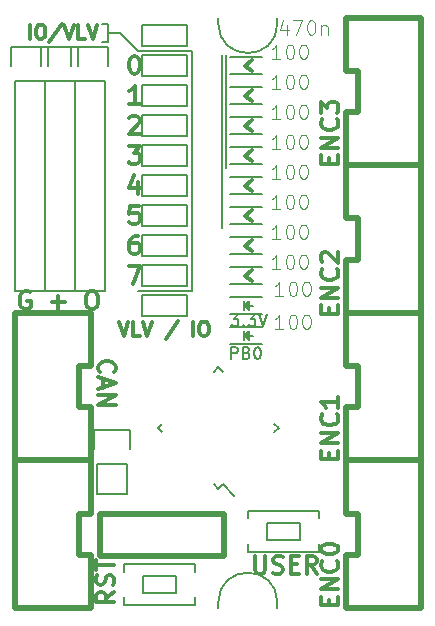
<source format=gbr>
G04 #@! TF.FileFunction,Legend,Top*
%FSLAX46Y46*%
G04 Gerber Fmt 4.6, Leading zero omitted, Abs format (unit mm)*
G04 Created by KiCad (PCBNEW 4.0.6) date 03/21/17 17:19:53*
%MOMM*%
%LPD*%
G01*
G04 APERTURE LIST*
%ADD10C,0.100000*%
%ADD11C,0.300000*%
%ADD12C,0.200000*%
%ADD13C,0.500000*%
%ADD14C,0.150000*%
%ADD15C,0.101600*%
G04 APERTURE END LIST*
D10*
D11*
X8678571Y-48621428D02*
X7964286Y-49121428D01*
X8678571Y-49478571D02*
X7178571Y-49478571D01*
X7178571Y-48907143D01*
X7250000Y-48764285D01*
X7321429Y-48692857D01*
X7464286Y-48621428D01*
X7678571Y-48621428D01*
X7821429Y-48692857D01*
X7892857Y-48764285D01*
X7964286Y-48907143D01*
X7964286Y-49478571D01*
X8607143Y-48050000D02*
X8678571Y-47835714D01*
X8678571Y-47478571D01*
X8607143Y-47335714D01*
X8535714Y-47264285D01*
X8392857Y-47192857D01*
X8250000Y-47192857D01*
X8107143Y-47264285D01*
X8035714Y-47335714D01*
X7964286Y-47478571D01*
X7892857Y-47764285D01*
X7821429Y-47907143D01*
X7750000Y-47978571D01*
X7607143Y-48050000D01*
X7464286Y-48050000D01*
X7321429Y-47978571D01*
X7250000Y-47907143D01*
X7178571Y-47764285D01*
X7178571Y-47407143D01*
X7250000Y-47192857D01*
X7178571Y-46764286D02*
X7178571Y-45907143D01*
X8678571Y-46335714D02*
X7178571Y-46335714D01*
X20628572Y-45578571D02*
X20628572Y-46792857D01*
X20700000Y-46935714D01*
X20771429Y-47007143D01*
X20914286Y-47078571D01*
X21200000Y-47078571D01*
X21342858Y-47007143D01*
X21414286Y-46935714D01*
X21485715Y-46792857D01*
X21485715Y-45578571D01*
X22128572Y-47007143D02*
X22342858Y-47078571D01*
X22700001Y-47078571D01*
X22842858Y-47007143D01*
X22914287Y-46935714D01*
X22985715Y-46792857D01*
X22985715Y-46650000D01*
X22914287Y-46507143D01*
X22842858Y-46435714D01*
X22700001Y-46364286D01*
X22414287Y-46292857D01*
X22271429Y-46221429D01*
X22200001Y-46150000D01*
X22128572Y-46007143D01*
X22128572Y-45864286D01*
X22200001Y-45721429D01*
X22271429Y-45650000D01*
X22414287Y-45578571D01*
X22771429Y-45578571D01*
X22985715Y-45650000D01*
X23628572Y-46292857D02*
X24128572Y-46292857D01*
X24342858Y-47078571D02*
X23628572Y-47078571D01*
X23628572Y-45578571D01*
X24342858Y-45578571D01*
X25842858Y-47078571D02*
X25342858Y-46364286D01*
X24985715Y-47078571D02*
X24985715Y-45578571D01*
X25557143Y-45578571D01*
X25700001Y-45650000D01*
X25771429Y-45721429D01*
X25842858Y-45864286D01*
X25842858Y-46078571D01*
X25771429Y-46221429D01*
X25700001Y-46292857D01*
X25557143Y-46364286D01*
X24985715Y-46364286D01*
D12*
X18161000Y-3175000D02*
X18161000Y-12700000D01*
X17780000Y-3175000D02*
X17780000Y-17780000D01*
X22500000Y-49500000D02*
X22500000Y-50000000D01*
X17500000Y-49500000D02*
X17500000Y-50000000D01*
X17500000Y0D02*
X17500000Y-500000D01*
X22500000Y-500000D02*
X22500000Y0D01*
D11*
X9914001Y-21022571D02*
X10914001Y-21022571D01*
X10271144Y-22522571D01*
X10699715Y-18482571D02*
X10414001Y-18482571D01*
X10271144Y-18554000D01*
X10199715Y-18625429D01*
X10056858Y-18839714D01*
X9985429Y-19125429D01*
X9985429Y-19696857D01*
X10056858Y-19839714D01*
X10128286Y-19911143D01*
X10271144Y-19982571D01*
X10556858Y-19982571D01*
X10699715Y-19911143D01*
X10771144Y-19839714D01*
X10842572Y-19696857D01*
X10842572Y-19339714D01*
X10771144Y-19196857D01*
X10699715Y-19125429D01*
X10556858Y-19054000D01*
X10271144Y-19054000D01*
X10128286Y-19125429D01*
X10056858Y-19196857D01*
X9985429Y-19339714D01*
X10771144Y-15942571D02*
X10056858Y-15942571D01*
X9985429Y-16656857D01*
X10056858Y-16585429D01*
X10199715Y-16514000D01*
X10556858Y-16514000D01*
X10699715Y-16585429D01*
X10771144Y-16656857D01*
X10842572Y-16799714D01*
X10842572Y-17156857D01*
X10771144Y-17299714D01*
X10699715Y-17371143D01*
X10556858Y-17442571D01*
X10199715Y-17442571D01*
X10056858Y-17371143D01*
X9985429Y-17299714D01*
X10699715Y-13902571D02*
X10699715Y-14902571D01*
X10342572Y-13331143D02*
X9985429Y-14402571D01*
X10914001Y-14402571D01*
X9914001Y-10862571D02*
X10842572Y-10862571D01*
X10342572Y-11434000D01*
X10556858Y-11434000D01*
X10699715Y-11505429D01*
X10771144Y-11576857D01*
X10842572Y-11719714D01*
X10842572Y-12076857D01*
X10771144Y-12219714D01*
X10699715Y-12291143D01*
X10556858Y-12362571D01*
X10128286Y-12362571D01*
X9985429Y-12291143D01*
X9914001Y-12219714D01*
X9985429Y-8465429D02*
X10056858Y-8394000D01*
X10199715Y-8322571D01*
X10556858Y-8322571D01*
X10699715Y-8394000D01*
X10771144Y-8465429D01*
X10842572Y-8608286D01*
X10842572Y-8751143D01*
X10771144Y-8965429D01*
X9914001Y-9822571D01*
X10842572Y-9822571D01*
X10842572Y-7282571D02*
X9985429Y-7282571D01*
X10414001Y-7282571D02*
X10414001Y-5782571D01*
X10271144Y-5996857D01*
X10128286Y-6139714D01*
X9985429Y-6211143D01*
X10342572Y-3242571D02*
X10485429Y-3242571D01*
X10628286Y-3314000D01*
X10699715Y-3385429D01*
X10771144Y-3528286D01*
X10842572Y-3814000D01*
X10842572Y-4171143D01*
X10771144Y-4456857D01*
X10699715Y-4599714D01*
X10628286Y-4671143D01*
X10485429Y-4742571D01*
X10342572Y-4742571D01*
X10199715Y-4671143D01*
X10128286Y-4599714D01*
X10056858Y-4456857D01*
X9985429Y-4171143D01*
X9985429Y-3814000D01*
X10056858Y-3528286D01*
X10128286Y-3385429D01*
X10199715Y-3314000D01*
X10342572Y-3242571D01*
X1546571Y-1812857D02*
X1546571Y-612857D01*
X2346572Y-612857D02*
X2575143Y-612857D01*
X2689429Y-670000D01*
X2803715Y-784286D01*
X2860857Y-1012857D01*
X2860857Y-1412857D01*
X2803715Y-1641429D01*
X2689429Y-1755714D01*
X2575143Y-1812857D01*
X2346572Y-1812857D01*
X2232286Y-1755714D01*
X2118000Y-1641429D01*
X2060857Y-1412857D01*
X2060857Y-1012857D01*
X2118000Y-784286D01*
X2232286Y-670000D01*
X2346572Y-612857D01*
X4232286Y-555714D02*
X3203715Y-2098571D01*
X4460858Y-612857D02*
X4860858Y-1812857D01*
X5260858Y-612857D01*
X6232286Y-1812857D02*
X5660857Y-1812857D01*
X5660857Y-612857D01*
X6460858Y-612857D02*
X6860858Y-1812857D01*
X7260858Y-612857D01*
D12*
X8128000Y-2032000D02*
X7620000Y-2032000D01*
X8128000Y-508000D02*
X7620000Y-508000D01*
X8128000Y-508000D02*
X8128000Y-2032000D01*
X9144000Y-1270000D02*
X8128000Y-1270000D01*
X10668000Y-2794000D02*
X9144000Y-1270000D01*
X15240000Y-23114000D02*
X15240000Y-2794000D01*
X10668000Y-23114000D02*
X15240000Y-23114000D01*
X15240000Y-2794000D02*
X10668000Y-2794000D01*
D11*
X26892857Y-49771428D02*
X26892857Y-49271428D01*
X27678571Y-49057142D02*
X27678571Y-49771428D01*
X26178571Y-49771428D01*
X26178571Y-49057142D01*
X27678571Y-48414285D02*
X26178571Y-48414285D01*
X27678571Y-47557142D01*
X26178571Y-47557142D01*
X27535714Y-45985713D02*
X27607143Y-46057142D01*
X27678571Y-46271428D01*
X27678571Y-46414285D01*
X27607143Y-46628570D01*
X27464286Y-46771428D01*
X27321429Y-46842856D01*
X27035714Y-46914285D01*
X26821429Y-46914285D01*
X26535714Y-46842856D01*
X26392857Y-46771428D01*
X26250000Y-46628570D01*
X26178571Y-46414285D01*
X26178571Y-46271428D01*
X26250000Y-46057142D01*
X26321429Y-45985713D01*
X26178571Y-45057142D02*
X26178571Y-44914285D01*
X26250000Y-44771428D01*
X26321429Y-44699999D01*
X26464286Y-44628570D01*
X26750000Y-44557142D01*
X27107143Y-44557142D01*
X27392857Y-44628570D01*
X27535714Y-44699999D01*
X27607143Y-44771428D01*
X27678571Y-44914285D01*
X27678571Y-45057142D01*
X27607143Y-45199999D01*
X27535714Y-45271428D01*
X27392857Y-45342856D01*
X27107143Y-45414285D01*
X26750000Y-45414285D01*
X26464286Y-45342856D01*
X26321429Y-45271428D01*
X26250000Y-45199999D01*
X26178571Y-45057142D01*
X26892857Y-37371428D02*
X26892857Y-36871428D01*
X27678571Y-36657142D02*
X27678571Y-37371428D01*
X26178571Y-37371428D01*
X26178571Y-36657142D01*
X27678571Y-36014285D02*
X26178571Y-36014285D01*
X27678571Y-35157142D01*
X26178571Y-35157142D01*
X27535714Y-33585713D02*
X27607143Y-33657142D01*
X27678571Y-33871428D01*
X27678571Y-34014285D01*
X27607143Y-34228570D01*
X27464286Y-34371428D01*
X27321429Y-34442856D01*
X27035714Y-34514285D01*
X26821429Y-34514285D01*
X26535714Y-34442856D01*
X26392857Y-34371428D01*
X26250000Y-34228570D01*
X26178571Y-34014285D01*
X26178571Y-33871428D01*
X26250000Y-33657142D01*
X26321429Y-33585713D01*
X27678571Y-32157142D02*
X27678571Y-33014285D01*
X27678571Y-32585713D02*
X26178571Y-32585713D01*
X26392857Y-32728570D01*
X26535714Y-32871428D01*
X26607143Y-33014285D01*
X26892857Y-25071428D02*
X26892857Y-24571428D01*
X27678571Y-24357142D02*
X27678571Y-25071428D01*
X26178571Y-25071428D01*
X26178571Y-24357142D01*
X27678571Y-23714285D02*
X26178571Y-23714285D01*
X27678571Y-22857142D01*
X26178571Y-22857142D01*
X27535714Y-21285713D02*
X27607143Y-21357142D01*
X27678571Y-21571428D01*
X27678571Y-21714285D01*
X27607143Y-21928570D01*
X27464286Y-22071428D01*
X27321429Y-22142856D01*
X27035714Y-22214285D01*
X26821429Y-22214285D01*
X26535714Y-22142856D01*
X26392857Y-22071428D01*
X26250000Y-21928570D01*
X26178571Y-21714285D01*
X26178571Y-21571428D01*
X26250000Y-21357142D01*
X26321429Y-21285713D01*
X26321429Y-20714285D02*
X26250000Y-20642856D01*
X26178571Y-20499999D01*
X26178571Y-20142856D01*
X26250000Y-19999999D01*
X26321429Y-19928570D01*
X26464286Y-19857142D01*
X26607143Y-19857142D01*
X26821429Y-19928570D01*
X27678571Y-20785713D01*
X27678571Y-19857142D01*
X26892857Y-12371428D02*
X26892857Y-11871428D01*
X27678571Y-11657142D02*
X27678571Y-12371428D01*
X26178571Y-12371428D01*
X26178571Y-11657142D01*
X27678571Y-11014285D02*
X26178571Y-11014285D01*
X27678571Y-10157142D01*
X26178571Y-10157142D01*
X27535714Y-8585713D02*
X27607143Y-8657142D01*
X27678571Y-8871428D01*
X27678571Y-9014285D01*
X27607143Y-9228570D01*
X27464286Y-9371428D01*
X27321429Y-9442856D01*
X27035714Y-9514285D01*
X26821429Y-9514285D01*
X26535714Y-9442856D01*
X26392857Y-9371428D01*
X26250000Y-9228570D01*
X26178571Y-9014285D01*
X26178571Y-8871428D01*
X26250000Y-8657142D01*
X26321429Y-8585713D01*
X26178571Y-8085713D02*
X26178571Y-7157142D01*
X26750000Y-7657142D01*
X26750000Y-7442856D01*
X26821429Y-7299999D01*
X26892857Y-7228570D01*
X27035714Y-7157142D01*
X27392857Y-7157142D01*
X27535714Y-7228570D01*
X27607143Y-7299999D01*
X27678571Y-7442856D01*
X27678571Y-7871428D01*
X27607143Y-8014285D01*
X27535714Y-8085713D01*
X1535714Y-23250000D02*
X1392857Y-23178571D01*
X1178571Y-23178571D01*
X964286Y-23250000D01*
X821428Y-23392857D01*
X750000Y-23535714D01*
X678571Y-23821429D01*
X678571Y-24035714D01*
X750000Y-24321429D01*
X821428Y-24464286D01*
X964286Y-24607143D01*
X1178571Y-24678571D01*
X1321428Y-24678571D01*
X1535714Y-24607143D01*
X1607143Y-24535714D01*
X1607143Y-24035714D01*
X1321428Y-24035714D01*
X3392857Y-24107143D02*
X4535714Y-24107143D01*
X3964285Y-24678571D02*
X3964285Y-23535714D01*
X6678571Y-23178571D02*
X6964285Y-23178571D01*
X7107143Y-23250000D01*
X7250000Y-23392857D01*
X7321428Y-23678571D01*
X7321428Y-24178571D01*
X7250000Y-24464286D01*
X7107143Y-24607143D01*
X6964285Y-24678571D01*
X6678571Y-24678571D01*
X6535714Y-24607143D01*
X6392857Y-24464286D01*
X6321428Y-24178571D01*
X6321428Y-23678571D01*
X6392857Y-23392857D01*
X6535714Y-23250000D01*
X6678571Y-23178571D01*
X7464286Y-30035715D02*
X7392857Y-29964286D01*
X7321429Y-29750000D01*
X7321429Y-29607143D01*
X7392857Y-29392858D01*
X7535714Y-29250000D01*
X7678571Y-29178572D01*
X7964286Y-29107143D01*
X8178571Y-29107143D01*
X8464286Y-29178572D01*
X8607143Y-29250000D01*
X8750000Y-29392858D01*
X8821429Y-29607143D01*
X8821429Y-29750000D01*
X8750000Y-29964286D01*
X8678571Y-30035715D01*
X7750000Y-30607143D02*
X7750000Y-31321429D01*
X7321429Y-30464286D02*
X8821429Y-30964286D01*
X7321429Y-31464286D01*
X7321429Y-31964286D02*
X8821429Y-31964286D01*
X7321429Y-32821429D01*
X8821429Y-32821429D01*
D12*
X18573905Y-28900381D02*
X18573905Y-27900381D01*
X18954858Y-27900381D01*
X19050096Y-27948000D01*
X19097715Y-27995619D01*
X19145334Y-28090857D01*
X19145334Y-28233714D01*
X19097715Y-28328952D01*
X19050096Y-28376571D01*
X18954858Y-28424190D01*
X18573905Y-28424190D01*
X19907239Y-28376571D02*
X20050096Y-28424190D01*
X20097715Y-28471810D01*
X20145334Y-28567048D01*
X20145334Y-28709905D01*
X20097715Y-28805143D01*
X20050096Y-28852762D01*
X19954858Y-28900381D01*
X19573905Y-28900381D01*
X19573905Y-27900381D01*
X19907239Y-27900381D01*
X20002477Y-27948000D01*
X20050096Y-27995619D01*
X20097715Y-28090857D01*
X20097715Y-28186095D01*
X20050096Y-28281333D01*
X20002477Y-28328952D01*
X19907239Y-28376571D01*
X19573905Y-28376571D01*
X20764381Y-27900381D02*
X20859620Y-27900381D01*
X20954858Y-27948000D01*
X21002477Y-27995619D01*
X21050096Y-28090857D01*
X21097715Y-28281333D01*
X21097715Y-28519429D01*
X21050096Y-28709905D01*
X21002477Y-28805143D01*
X20954858Y-28852762D01*
X20859620Y-28900381D01*
X20764381Y-28900381D01*
X20669143Y-28852762D01*
X20621524Y-28805143D01*
X20573905Y-28709905D01*
X20526286Y-28519429D01*
X20526286Y-28281333D01*
X20573905Y-28090857D01*
X20621524Y-27995619D01*
X20669143Y-27948000D01*
X20764381Y-27900381D01*
X18589810Y-25106381D02*
X19208858Y-25106381D01*
X18875524Y-25487333D01*
X19018382Y-25487333D01*
X19113620Y-25534952D01*
X19161239Y-25582571D01*
X19208858Y-25677810D01*
X19208858Y-25915905D01*
X19161239Y-26011143D01*
X19113620Y-26058762D01*
X19018382Y-26106381D01*
X18732667Y-26106381D01*
X18637429Y-26058762D01*
X18589810Y-26011143D01*
X19637429Y-26011143D02*
X19685048Y-26058762D01*
X19637429Y-26106381D01*
X19589810Y-26058762D01*
X19637429Y-26011143D01*
X19637429Y-26106381D01*
X20018381Y-25106381D02*
X20637429Y-25106381D01*
X20304095Y-25487333D01*
X20446953Y-25487333D01*
X20542191Y-25534952D01*
X20589810Y-25582571D01*
X20637429Y-25677810D01*
X20637429Y-25915905D01*
X20589810Y-26011143D01*
X20542191Y-26058762D01*
X20446953Y-26106381D01*
X20161238Y-26106381D01*
X20066000Y-26058762D01*
X20018381Y-26011143D01*
X20923143Y-25106381D02*
X21256476Y-26106381D01*
X21589810Y-25106381D01*
D11*
X9096857Y-25758857D02*
X9496857Y-26958857D01*
X9896857Y-25758857D01*
X10868285Y-26958857D02*
X10296856Y-26958857D01*
X10296856Y-25758857D01*
X11096857Y-25758857D02*
X11496857Y-26958857D01*
X11896857Y-25758857D01*
X14068285Y-25701714D02*
X13039714Y-27244571D01*
X15382571Y-26958857D02*
X15382571Y-25758857D01*
X16182572Y-25758857D02*
X16411143Y-25758857D01*
X16525429Y-25816000D01*
X16639715Y-25930286D01*
X16696857Y-26158857D01*
X16696857Y-26558857D01*
X16639715Y-26787429D01*
X16525429Y-26901714D01*
X16411143Y-26958857D01*
X16182572Y-26958857D01*
X16068286Y-26901714D01*
X15954000Y-26787429D01*
X15896857Y-26558857D01*
X15896857Y-26158857D01*
X15954000Y-25930286D01*
X16068286Y-25816000D01*
X16182572Y-25758857D01*
D12*
X17500000Y-500000D02*
G75*
G03X22500000Y-500000I2500000J0D01*
G01*
X22500000Y-49500000D02*
G75*
G03X17500000Y-49500000I-2500000J0D01*
G01*
D13*
X28300000Y-25000000D02*
X28300000Y-29500000D01*
X28300000Y-29500000D02*
X29300000Y-29500000D01*
X29300000Y-29500000D02*
X29300000Y-33000000D01*
X29300000Y-33000000D02*
X28300000Y-33000000D01*
X28300000Y-33000000D02*
X28300000Y-37500000D01*
X34700000Y-37500000D02*
X34700000Y-25000000D01*
X28300000Y-37500000D02*
X34700000Y-37500000D01*
X34700000Y-25000000D02*
X28300000Y-25000000D01*
X6700000Y-50000000D02*
X6700000Y-45500000D01*
X6700000Y-45500000D02*
X5700000Y-45500000D01*
X5700000Y-45500000D02*
X5700000Y-42000000D01*
X5700000Y-42000000D02*
X6700000Y-42000000D01*
X6700000Y-42000000D02*
X6700000Y-37500000D01*
X300000Y-37500000D02*
X300000Y-50000000D01*
X6700000Y-37500000D02*
X300000Y-37500000D01*
X300000Y-50000000D02*
X6700000Y-50000000D01*
D14*
X18466000Y-25134000D02*
X21166000Y-25134000D01*
X18466000Y-23634000D02*
X21166000Y-23634000D01*
X19966000Y-24534000D02*
X19966000Y-24284000D01*
X19966000Y-24284000D02*
X19816000Y-24434000D01*
X19716000Y-24034000D02*
X19716000Y-24734000D01*
X20066000Y-24384000D02*
X20416000Y-24384000D01*
X19716000Y-24384000D02*
X20066000Y-24034000D01*
X20066000Y-24034000D02*
X20066000Y-24734000D01*
X20066000Y-24734000D02*
X19716000Y-24384000D01*
X18466000Y-27674000D02*
X21166000Y-27674000D01*
X18466000Y-26174000D02*
X21166000Y-26174000D01*
X19966000Y-27074000D02*
X19966000Y-26824000D01*
X19966000Y-26824000D02*
X19816000Y-26974000D01*
X19716000Y-26574000D02*
X19716000Y-27274000D01*
X20066000Y-26924000D02*
X20416000Y-26924000D01*
X19716000Y-26924000D02*
X20066000Y-26574000D01*
X20066000Y-26574000D02*
X20066000Y-27274000D01*
X20066000Y-27274000D02*
X19716000Y-26924000D01*
X13900000Y-48700000D02*
X11100000Y-48700000D01*
X11100000Y-48700000D02*
X11100000Y-47300000D01*
X11100000Y-47300000D02*
X13900000Y-47300000D01*
X13900000Y-47300000D02*
X13900000Y-48700000D01*
X9500000Y-49750000D02*
X9500000Y-49100000D01*
X9500000Y-46250000D02*
X9500000Y-46900000D01*
X15500000Y-46900000D02*
X15500000Y-46250000D01*
X15500000Y-49750000D02*
X15500000Y-49100000D01*
X9500000Y-49750000D02*
X15500000Y-49750000D01*
X15500000Y-46250000D02*
X9500000Y-46250000D01*
X17500000Y-39876524D02*
X17871231Y-39505293D01*
X12373476Y-34750000D02*
X12744707Y-34378769D01*
X17500000Y-29623476D02*
X17128769Y-29994707D01*
X22626524Y-34750000D02*
X22255293Y-35121231D01*
X17500000Y-39876524D02*
X17128769Y-39505293D01*
X22626524Y-34750000D02*
X22255293Y-34378769D01*
X17500000Y-29623476D02*
X17871231Y-29994707D01*
X12373476Y-34750000D02*
X12744707Y-35121231D01*
X17871231Y-39505293D02*
X18843503Y-40477565D01*
D13*
X7500000Y-42050000D02*
X7500000Y-45550000D01*
X18000000Y-42050000D02*
X7500000Y-42050000D01*
X18000000Y-45550000D02*
X7500000Y-45550000D01*
X18000000Y-45550000D02*
X18000000Y-42050000D01*
D14*
X9770000Y-37770000D02*
X9770000Y-40310000D01*
X10050000Y-34950000D02*
X10050000Y-36500000D01*
X9770000Y-37770000D02*
X7230000Y-37770000D01*
X6950000Y-36500000D02*
X6950000Y-34950000D01*
X6950000Y-34950000D02*
X10050000Y-34950000D01*
X7230000Y-37770000D02*
X7230000Y-40310000D01*
X7230000Y-40310000D02*
X9770000Y-40310000D01*
X11049000Y-4953000D02*
X14859000Y-4953000D01*
X14859000Y-4953000D02*
X14859000Y-3175000D01*
X14859000Y-3175000D02*
X11049000Y-3175000D01*
X11049000Y-4953000D02*
X11049000Y-3175000D01*
X11049000Y-15113000D02*
X14859000Y-15113000D01*
X14859000Y-15113000D02*
X14859000Y-13335000D01*
X14859000Y-13335000D02*
X11049000Y-13335000D01*
X11049000Y-15113000D02*
X11049000Y-13335000D01*
X11049000Y-7493000D02*
X14859000Y-7493000D01*
X14859000Y-7493000D02*
X14859000Y-5715000D01*
X14859000Y-5715000D02*
X11049000Y-5715000D01*
X11049000Y-7493000D02*
X11049000Y-5715000D01*
X11049000Y-17653000D02*
X14859000Y-17653000D01*
X14859000Y-17653000D02*
X14859000Y-15875000D01*
X14859000Y-15875000D02*
X11049000Y-15875000D01*
X11049000Y-17653000D02*
X11049000Y-15875000D01*
X11049000Y-20193000D02*
X14859000Y-20193000D01*
X14859000Y-20193000D02*
X14859000Y-18415000D01*
X14859000Y-18415000D02*
X11049000Y-18415000D01*
X11049000Y-20193000D02*
X11049000Y-18415000D01*
X11049000Y-10033000D02*
X14859000Y-10033000D01*
X14859000Y-10033000D02*
X14859000Y-8255000D01*
X14859000Y-8255000D02*
X11049000Y-8255000D01*
X11049000Y-10033000D02*
X11049000Y-8255000D01*
X11049000Y-22733000D02*
X14859000Y-22733000D01*
X14859000Y-22733000D02*
X14859000Y-20955000D01*
X14859000Y-20955000D02*
X11049000Y-20955000D01*
X11049000Y-22733000D02*
X11049000Y-20955000D01*
X11049000Y-12573000D02*
X14859000Y-12573000D01*
X14859000Y-12573000D02*
X14859000Y-10795000D01*
X14859000Y-10795000D02*
X11049000Y-10795000D01*
X11049000Y-12573000D02*
X11049000Y-10795000D01*
X11049000Y-2413000D02*
X14859000Y-2413000D01*
X14859000Y-2413000D02*
X14859000Y-635000D01*
X14859000Y-635000D02*
X11049000Y-635000D01*
X11049000Y-2413000D02*
X11049000Y-635000D01*
D13*
X6700000Y-37500000D02*
X6700000Y-33000000D01*
X6700000Y-33000000D02*
X5700000Y-33000000D01*
X5700000Y-33000000D02*
X5700000Y-29500000D01*
X5700000Y-29500000D02*
X6700000Y-29500000D01*
X6700000Y-29500000D02*
X6700000Y-25000000D01*
X300000Y-25000000D02*
X300000Y-37500000D01*
X6700000Y-25000000D02*
X300000Y-25000000D01*
X300000Y-37500000D02*
X6700000Y-37500000D01*
D14*
X5334000Y-5334000D02*
X5334000Y-23114000D01*
X5334000Y-23114000D02*
X2794000Y-23114000D01*
X2794000Y-23114000D02*
X2794000Y-5334000D01*
X5614000Y-2514000D02*
X5614000Y-4064000D01*
X5334000Y-5334000D02*
X2794000Y-5334000D01*
X2514000Y-4064000D02*
X2514000Y-2514000D01*
X2514000Y-2514000D02*
X5614000Y-2514000D01*
D13*
X28300000Y-12500000D02*
X28300000Y-17000000D01*
X28300000Y-17000000D02*
X29300000Y-17000000D01*
X29300000Y-17000000D02*
X29300000Y-20500000D01*
X29300000Y-20500000D02*
X28300000Y-20500000D01*
X28300000Y-20500000D02*
X28300000Y-25000000D01*
X34700000Y-25000000D02*
X34700000Y-12500000D01*
X28300000Y-25000000D02*
X34700000Y-25000000D01*
X34700000Y-12500000D02*
X28300000Y-12500000D01*
X28300000Y0D02*
X28300000Y-4500000D01*
X28300000Y-4500000D02*
X29300000Y-4500000D01*
X29300000Y-4500000D02*
X29300000Y-8000000D01*
X29300000Y-8000000D02*
X28300000Y-8000000D01*
X28300000Y-8000000D02*
X28300000Y-12500000D01*
X34700000Y-12500000D02*
X34700000Y0D01*
X28300000Y-12500000D02*
X34700000Y-12500000D01*
X34700000Y0D02*
X28300000Y0D01*
X28300000Y-37500000D02*
X28300000Y-42000000D01*
X28300000Y-42000000D02*
X29300000Y-42000000D01*
X29300000Y-42000000D02*
X29300000Y-45500000D01*
X29300000Y-45500000D02*
X28300000Y-45500000D01*
X28300000Y-45500000D02*
X28300000Y-50000000D01*
X34700000Y-50000000D02*
X34700000Y-37500000D01*
X28300000Y-50000000D02*
X34700000Y-50000000D01*
X34700000Y-37500000D02*
X28300000Y-37500000D01*
D14*
X7874000Y-5334000D02*
X7874000Y-23114000D01*
X7874000Y-23114000D02*
X5334000Y-23114000D01*
X5334000Y-23114000D02*
X5334000Y-5334000D01*
X8154000Y-2514000D02*
X8154000Y-4064000D01*
X7874000Y-5334000D02*
X5334000Y-5334000D01*
X5054000Y-4064000D02*
X5054000Y-2514000D01*
X5054000Y-2514000D02*
X8154000Y-2514000D01*
X2794000Y-5334000D02*
X2794000Y-23114000D01*
X2794000Y-23114000D02*
X254000Y-23114000D01*
X254000Y-23114000D02*
X254000Y-5334000D01*
X3074000Y-2514000D02*
X3074000Y-4064000D01*
X2794000Y-5334000D02*
X254000Y-5334000D01*
X-26000Y-4064000D02*
X-26000Y-2514000D01*
X-26000Y-2514000D02*
X3074000Y-2514000D01*
D11*
X19766000Y-4064000D02*
X20366000Y-4564000D01*
X19766000Y-4064000D02*
X20366000Y-3564000D01*
D14*
X18466000Y-4814000D02*
X21166000Y-4814000D01*
X18466000Y-3314000D02*
X21166000Y-3314000D01*
D11*
X19766000Y-6604000D02*
X20366000Y-7104000D01*
X19766000Y-6604000D02*
X20366000Y-6104000D01*
D14*
X18466000Y-7354000D02*
X21166000Y-7354000D01*
X18466000Y-5854000D02*
X21166000Y-5854000D01*
D11*
X19766000Y-9144000D02*
X20366000Y-9644000D01*
X19766000Y-9144000D02*
X20366000Y-8644000D01*
D14*
X18466000Y-9894000D02*
X21166000Y-9894000D01*
X18466000Y-8394000D02*
X21166000Y-8394000D01*
D11*
X19766000Y-11684000D02*
X20366000Y-12184000D01*
X19766000Y-11684000D02*
X20366000Y-11184000D01*
D14*
X18466000Y-12434000D02*
X21166000Y-12434000D01*
X18466000Y-10934000D02*
X21166000Y-10934000D01*
D11*
X19766000Y-14224000D02*
X20366000Y-14724000D01*
X19766000Y-14224000D02*
X20366000Y-13724000D01*
D14*
X18466000Y-14974000D02*
X21166000Y-14974000D01*
X18466000Y-13474000D02*
X21166000Y-13474000D01*
D11*
X19766000Y-16764000D02*
X20366000Y-17264000D01*
X19766000Y-16764000D02*
X20366000Y-16264000D01*
D14*
X18466000Y-17514000D02*
X21166000Y-17514000D01*
X18466000Y-16014000D02*
X21166000Y-16014000D01*
D11*
X19766000Y-19304000D02*
X20366000Y-19804000D01*
X19766000Y-19304000D02*
X20366000Y-18804000D01*
D14*
X18466000Y-20054000D02*
X21166000Y-20054000D01*
X18466000Y-18554000D02*
X21166000Y-18554000D01*
D11*
X19766000Y-21844000D02*
X20366000Y-22344000D01*
X19766000Y-21844000D02*
X20366000Y-21344000D01*
D14*
X18466000Y-22594000D02*
X21166000Y-22594000D01*
X18466000Y-21094000D02*
X21166000Y-21094000D01*
X11049000Y-25273000D02*
X14859000Y-25273000D01*
X14859000Y-25273000D02*
X14859000Y-23495000D01*
X14859000Y-23495000D02*
X11049000Y-23495000D01*
X11049000Y-25273000D02*
X11049000Y-23495000D01*
X21600000Y-42800000D02*
X24400000Y-42800000D01*
X24400000Y-42800000D02*
X24400000Y-44200000D01*
X24400000Y-44200000D02*
X21600000Y-44200000D01*
X21600000Y-44200000D02*
X21600000Y-42800000D01*
X26000000Y-41750000D02*
X26000000Y-42400000D01*
X26000000Y-45250000D02*
X26000000Y-44600000D01*
X20000000Y-44600000D02*
X20000000Y-45250000D01*
X20000000Y-41750000D02*
X20000000Y-42400000D01*
X26000000Y-41750000D02*
X20000000Y-41750000D01*
X20000000Y-45250000D02*
X26000000Y-45250000D01*
D15*
X23017238Y-23564548D02*
X22327810Y-23564548D01*
X22672524Y-23564548D02*
X22672524Y-22358048D01*
X22557619Y-22530405D01*
X22442714Y-22645310D01*
X22327810Y-22702762D01*
X23764119Y-22358048D02*
X23879024Y-22358048D01*
X23993929Y-22415500D01*
X24051381Y-22472952D01*
X24108834Y-22587857D01*
X24166286Y-22817667D01*
X24166286Y-23104929D01*
X24108834Y-23334738D01*
X24051381Y-23449643D01*
X23993929Y-23507095D01*
X23879024Y-23564548D01*
X23764119Y-23564548D01*
X23649215Y-23507095D01*
X23591762Y-23449643D01*
X23534310Y-23334738D01*
X23476858Y-23104929D01*
X23476858Y-22817667D01*
X23534310Y-22587857D01*
X23591762Y-22472952D01*
X23649215Y-22415500D01*
X23764119Y-22358048D01*
X24913167Y-22358048D02*
X25028072Y-22358048D01*
X25142977Y-22415500D01*
X25200429Y-22472952D01*
X25257882Y-22587857D01*
X25315334Y-22817667D01*
X25315334Y-23104929D01*
X25257882Y-23334738D01*
X25200429Y-23449643D01*
X25142977Y-23507095D01*
X25028072Y-23564548D01*
X24913167Y-23564548D01*
X24798263Y-23507095D01*
X24740810Y-23449643D01*
X24683358Y-23334738D01*
X24625906Y-23104929D01*
X24625906Y-22817667D01*
X24683358Y-22587857D01*
X24740810Y-22472952D01*
X24798263Y-22415500D01*
X24913167Y-22358048D01*
X23017238Y-26358548D02*
X22327810Y-26358548D01*
X22672524Y-26358548D02*
X22672524Y-25152048D01*
X22557619Y-25324405D01*
X22442714Y-25439310D01*
X22327810Y-25496762D01*
X23764119Y-25152048D02*
X23879024Y-25152048D01*
X23993929Y-25209500D01*
X24051381Y-25266952D01*
X24108834Y-25381857D01*
X24166286Y-25611667D01*
X24166286Y-25898929D01*
X24108834Y-26128738D01*
X24051381Y-26243643D01*
X23993929Y-26301095D01*
X23879024Y-26358548D01*
X23764119Y-26358548D01*
X23649215Y-26301095D01*
X23591762Y-26243643D01*
X23534310Y-26128738D01*
X23476858Y-25898929D01*
X23476858Y-25611667D01*
X23534310Y-25381857D01*
X23591762Y-25266952D01*
X23649215Y-25209500D01*
X23764119Y-25152048D01*
X24913167Y-25152048D02*
X25028072Y-25152048D01*
X25142977Y-25209500D01*
X25200429Y-25266952D01*
X25257882Y-25381857D01*
X25315334Y-25611667D01*
X25315334Y-25898929D01*
X25257882Y-26128738D01*
X25200429Y-26243643D01*
X25142977Y-26301095D01*
X25028072Y-26358548D01*
X24913167Y-26358548D01*
X24798263Y-26301095D01*
X24740810Y-26243643D01*
X24683358Y-26128738D01*
X24625906Y-25898929D01*
X24625906Y-25611667D01*
X24683358Y-25381857D01*
X24740810Y-25266952D01*
X24798263Y-25209500D01*
X24913167Y-25152048D01*
X22763238Y-3498548D02*
X22073810Y-3498548D01*
X22418524Y-3498548D02*
X22418524Y-2292048D01*
X22303619Y-2464405D01*
X22188714Y-2579310D01*
X22073810Y-2636762D01*
X23510119Y-2292048D02*
X23625024Y-2292048D01*
X23739929Y-2349500D01*
X23797381Y-2406952D01*
X23854834Y-2521857D01*
X23912286Y-2751667D01*
X23912286Y-3038929D01*
X23854834Y-3268738D01*
X23797381Y-3383643D01*
X23739929Y-3441095D01*
X23625024Y-3498548D01*
X23510119Y-3498548D01*
X23395215Y-3441095D01*
X23337762Y-3383643D01*
X23280310Y-3268738D01*
X23222858Y-3038929D01*
X23222858Y-2751667D01*
X23280310Y-2521857D01*
X23337762Y-2406952D01*
X23395215Y-2349500D01*
X23510119Y-2292048D01*
X24659167Y-2292048D02*
X24774072Y-2292048D01*
X24888977Y-2349500D01*
X24946429Y-2406952D01*
X25003882Y-2521857D01*
X25061334Y-2751667D01*
X25061334Y-3038929D01*
X25003882Y-3268738D01*
X24946429Y-3383643D01*
X24888977Y-3441095D01*
X24774072Y-3498548D01*
X24659167Y-3498548D01*
X24544263Y-3441095D01*
X24486810Y-3383643D01*
X24429358Y-3268738D01*
X24371906Y-3038929D01*
X24371906Y-2751667D01*
X24429358Y-2521857D01*
X24486810Y-2406952D01*
X24544263Y-2349500D01*
X24659167Y-2292048D01*
X22763238Y-6038548D02*
X22073810Y-6038548D01*
X22418524Y-6038548D02*
X22418524Y-4832048D01*
X22303619Y-5004405D01*
X22188714Y-5119310D01*
X22073810Y-5176762D01*
X23510119Y-4832048D02*
X23625024Y-4832048D01*
X23739929Y-4889500D01*
X23797381Y-4946952D01*
X23854834Y-5061857D01*
X23912286Y-5291667D01*
X23912286Y-5578929D01*
X23854834Y-5808738D01*
X23797381Y-5923643D01*
X23739929Y-5981095D01*
X23625024Y-6038548D01*
X23510119Y-6038548D01*
X23395215Y-5981095D01*
X23337762Y-5923643D01*
X23280310Y-5808738D01*
X23222858Y-5578929D01*
X23222858Y-5291667D01*
X23280310Y-5061857D01*
X23337762Y-4946952D01*
X23395215Y-4889500D01*
X23510119Y-4832048D01*
X24659167Y-4832048D02*
X24774072Y-4832048D01*
X24888977Y-4889500D01*
X24946429Y-4946952D01*
X25003882Y-5061857D01*
X25061334Y-5291667D01*
X25061334Y-5578929D01*
X25003882Y-5808738D01*
X24946429Y-5923643D01*
X24888977Y-5981095D01*
X24774072Y-6038548D01*
X24659167Y-6038548D01*
X24544263Y-5981095D01*
X24486810Y-5923643D01*
X24429358Y-5808738D01*
X24371906Y-5578929D01*
X24371906Y-5291667D01*
X24429358Y-5061857D01*
X24486810Y-4946952D01*
X24544263Y-4889500D01*
X24659167Y-4832048D01*
X22763238Y-8578548D02*
X22073810Y-8578548D01*
X22418524Y-8578548D02*
X22418524Y-7372048D01*
X22303619Y-7544405D01*
X22188714Y-7659310D01*
X22073810Y-7716762D01*
X23510119Y-7372048D02*
X23625024Y-7372048D01*
X23739929Y-7429500D01*
X23797381Y-7486952D01*
X23854834Y-7601857D01*
X23912286Y-7831667D01*
X23912286Y-8118929D01*
X23854834Y-8348738D01*
X23797381Y-8463643D01*
X23739929Y-8521095D01*
X23625024Y-8578548D01*
X23510119Y-8578548D01*
X23395215Y-8521095D01*
X23337762Y-8463643D01*
X23280310Y-8348738D01*
X23222858Y-8118929D01*
X23222858Y-7831667D01*
X23280310Y-7601857D01*
X23337762Y-7486952D01*
X23395215Y-7429500D01*
X23510119Y-7372048D01*
X24659167Y-7372048D02*
X24774072Y-7372048D01*
X24888977Y-7429500D01*
X24946429Y-7486952D01*
X25003882Y-7601857D01*
X25061334Y-7831667D01*
X25061334Y-8118929D01*
X25003882Y-8348738D01*
X24946429Y-8463643D01*
X24888977Y-8521095D01*
X24774072Y-8578548D01*
X24659167Y-8578548D01*
X24544263Y-8521095D01*
X24486810Y-8463643D01*
X24429358Y-8348738D01*
X24371906Y-8118929D01*
X24371906Y-7831667D01*
X24429358Y-7601857D01*
X24486810Y-7486952D01*
X24544263Y-7429500D01*
X24659167Y-7372048D01*
X22763238Y-11118548D02*
X22073810Y-11118548D01*
X22418524Y-11118548D02*
X22418524Y-9912048D01*
X22303619Y-10084405D01*
X22188714Y-10199310D01*
X22073810Y-10256762D01*
X23510119Y-9912048D02*
X23625024Y-9912048D01*
X23739929Y-9969500D01*
X23797381Y-10026952D01*
X23854834Y-10141857D01*
X23912286Y-10371667D01*
X23912286Y-10658929D01*
X23854834Y-10888738D01*
X23797381Y-11003643D01*
X23739929Y-11061095D01*
X23625024Y-11118548D01*
X23510119Y-11118548D01*
X23395215Y-11061095D01*
X23337762Y-11003643D01*
X23280310Y-10888738D01*
X23222858Y-10658929D01*
X23222858Y-10371667D01*
X23280310Y-10141857D01*
X23337762Y-10026952D01*
X23395215Y-9969500D01*
X23510119Y-9912048D01*
X24659167Y-9912048D02*
X24774072Y-9912048D01*
X24888977Y-9969500D01*
X24946429Y-10026952D01*
X25003882Y-10141857D01*
X25061334Y-10371667D01*
X25061334Y-10658929D01*
X25003882Y-10888738D01*
X24946429Y-11003643D01*
X24888977Y-11061095D01*
X24774072Y-11118548D01*
X24659167Y-11118548D01*
X24544263Y-11061095D01*
X24486810Y-11003643D01*
X24429358Y-10888738D01*
X24371906Y-10658929D01*
X24371906Y-10371667D01*
X24429358Y-10141857D01*
X24486810Y-10026952D01*
X24544263Y-9969500D01*
X24659167Y-9912048D01*
X22763238Y-13658548D02*
X22073810Y-13658548D01*
X22418524Y-13658548D02*
X22418524Y-12452048D01*
X22303619Y-12624405D01*
X22188714Y-12739310D01*
X22073810Y-12796762D01*
X23510119Y-12452048D02*
X23625024Y-12452048D01*
X23739929Y-12509500D01*
X23797381Y-12566952D01*
X23854834Y-12681857D01*
X23912286Y-12911667D01*
X23912286Y-13198929D01*
X23854834Y-13428738D01*
X23797381Y-13543643D01*
X23739929Y-13601095D01*
X23625024Y-13658548D01*
X23510119Y-13658548D01*
X23395215Y-13601095D01*
X23337762Y-13543643D01*
X23280310Y-13428738D01*
X23222858Y-13198929D01*
X23222858Y-12911667D01*
X23280310Y-12681857D01*
X23337762Y-12566952D01*
X23395215Y-12509500D01*
X23510119Y-12452048D01*
X24659167Y-12452048D02*
X24774072Y-12452048D01*
X24888977Y-12509500D01*
X24946429Y-12566952D01*
X25003882Y-12681857D01*
X25061334Y-12911667D01*
X25061334Y-13198929D01*
X25003882Y-13428738D01*
X24946429Y-13543643D01*
X24888977Y-13601095D01*
X24774072Y-13658548D01*
X24659167Y-13658548D01*
X24544263Y-13601095D01*
X24486810Y-13543643D01*
X24429358Y-13428738D01*
X24371906Y-13198929D01*
X24371906Y-12911667D01*
X24429358Y-12681857D01*
X24486810Y-12566952D01*
X24544263Y-12509500D01*
X24659167Y-12452048D01*
X22763238Y-16198548D02*
X22073810Y-16198548D01*
X22418524Y-16198548D02*
X22418524Y-14992048D01*
X22303619Y-15164405D01*
X22188714Y-15279310D01*
X22073810Y-15336762D01*
X23510119Y-14992048D02*
X23625024Y-14992048D01*
X23739929Y-15049500D01*
X23797381Y-15106952D01*
X23854834Y-15221857D01*
X23912286Y-15451667D01*
X23912286Y-15738929D01*
X23854834Y-15968738D01*
X23797381Y-16083643D01*
X23739929Y-16141095D01*
X23625024Y-16198548D01*
X23510119Y-16198548D01*
X23395215Y-16141095D01*
X23337762Y-16083643D01*
X23280310Y-15968738D01*
X23222858Y-15738929D01*
X23222858Y-15451667D01*
X23280310Y-15221857D01*
X23337762Y-15106952D01*
X23395215Y-15049500D01*
X23510119Y-14992048D01*
X24659167Y-14992048D02*
X24774072Y-14992048D01*
X24888977Y-15049500D01*
X24946429Y-15106952D01*
X25003882Y-15221857D01*
X25061334Y-15451667D01*
X25061334Y-15738929D01*
X25003882Y-15968738D01*
X24946429Y-16083643D01*
X24888977Y-16141095D01*
X24774072Y-16198548D01*
X24659167Y-16198548D01*
X24544263Y-16141095D01*
X24486810Y-16083643D01*
X24429358Y-15968738D01*
X24371906Y-15738929D01*
X24371906Y-15451667D01*
X24429358Y-15221857D01*
X24486810Y-15106952D01*
X24544263Y-15049500D01*
X24659167Y-14992048D01*
X22763238Y-18738548D02*
X22073810Y-18738548D01*
X22418524Y-18738548D02*
X22418524Y-17532048D01*
X22303619Y-17704405D01*
X22188714Y-17819310D01*
X22073810Y-17876762D01*
X23510119Y-17532048D02*
X23625024Y-17532048D01*
X23739929Y-17589500D01*
X23797381Y-17646952D01*
X23854834Y-17761857D01*
X23912286Y-17991667D01*
X23912286Y-18278929D01*
X23854834Y-18508738D01*
X23797381Y-18623643D01*
X23739929Y-18681095D01*
X23625024Y-18738548D01*
X23510119Y-18738548D01*
X23395215Y-18681095D01*
X23337762Y-18623643D01*
X23280310Y-18508738D01*
X23222858Y-18278929D01*
X23222858Y-17991667D01*
X23280310Y-17761857D01*
X23337762Y-17646952D01*
X23395215Y-17589500D01*
X23510119Y-17532048D01*
X24659167Y-17532048D02*
X24774072Y-17532048D01*
X24888977Y-17589500D01*
X24946429Y-17646952D01*
X25003882Y-17761857D01*
X25061334Y-17991667D01*
X25061334Y-18278929D01*
X25003882Y-18508738D01*
X24946429Y-18623643D01*
X24888977Y-18681095D01*
X24774072Y-18738548D01*
X24659167Y-18738548D01*
X24544263Y-18681095D01*
X24486810Y-18623643D01*
X24429358Y-18508738D01*
X24371906Y-18278929D01*
X24371906Y-17991667D01*
X24429358Y-17761857D01*
X24486810Y-17646952D01*
X24544263Y-17589500D01*
X24659167Y-17532048D01*
X22763238Y-21278548D02*
X22073810Y-21278548D01*
X22418524Y-21278548D02*
X22418524Y-20072048D01*
X22303619Y-20244405D01*
X22188714Y-20359310D01*
X22073810Y-20416762D01*
X23510119Y-20072048D02*
X23625024Y-20072048D01*
X23739929Y-20129500D01*
X23797381Y-20186952D01*
X23854834Y-20301857D01*
X23912286Y-20531667D01*
X23912286Y-20818929D01*
X23854834Y-21048738D01*
X23797381Y-21163643D01*
X23739929Y-21221095D01*
X23625024Y-21278548D01*
X23510119Y-21278548D01*
X23395215Y-21221095D01*
X23337762Y-21163643D01*
X23280310Y-21048738D01*
X23222858Y-20818929D01*
X23222858Y-20531667D01*
X23280310Y-20301857D01*
X23337762Y-20186952D01*
X23395215Y-20129500D01*
X23510119Y-20072048D01*
X24659167Y-20072048D02*
X24774072Y-20072048D01*
X24888977Y-20129500D01*
X24946429Y-20186952D01*
X25003882Y-20301857D01*
X25061334Y-20531667D01*
X25061334Y-20818929D01*
X25003882Y-21048738D01*
X24946429Y-21163643D01*
X24888977Y-21221095D01*
X24774072Y-21278548D01*
X24659167Y-21278548D01*
X24544263Y-21221095D01*
X24486810Y-21163643D01*
X24429358Y-21048738D01*
X24371906Y-20818929D01*
X24371906Y-20531667D01*
X24429358Y-20301857D01*
X24486810Y-20186952D01*
X24544263Y-20129500D01*
X24659167Y-20072048D01*
X23304333Y-638214D02*
X23304333Y-1442548D01*
X23017071Y-178595D02*
X22729810Y-1040381D01*
X23476690Y-1040381D01*
X23821405Y-236048D02*
X24625738Y-236048D01*
X24108667Y-1442548D01*
X25315167Y-236048D02*
X25430072Y-236048D01*
X25544977Y-293500D01*
X25602429Y-350952D01*
X25659882Y-465857D01*
X25717334Y-695667D01*
X25717334Y-982929D01*
X25659882Y-1212738D01*
X25602429Y-1327643D01*
X25544977Y-1385095D01*
X25430072Y-1442548D01*
X25315167Y-1442548D01*
X25200263Y-1385095D01*
X25142810Y-1327643D01*
X25085358Y-1212738D01*
X25027906Y-982929D01*
X25027906Y-695667D01*
X25085358Y-465857D01*
X25142810Y-350952D01*
X25200263Y-293500D01*
X25315167Y-236048D01*
X26234406Y-638214D02*
X26234406Y-1442548D01*
X26234406Y-753119D02*
X26291858Y-695667D01*
X26406763Y-638214D01*
X26579120Y-638214D01*
X26694025Y-695667D01*
X26751477Y-810571D01*
X26751477Y-1442548D01*
M02*

</source>
